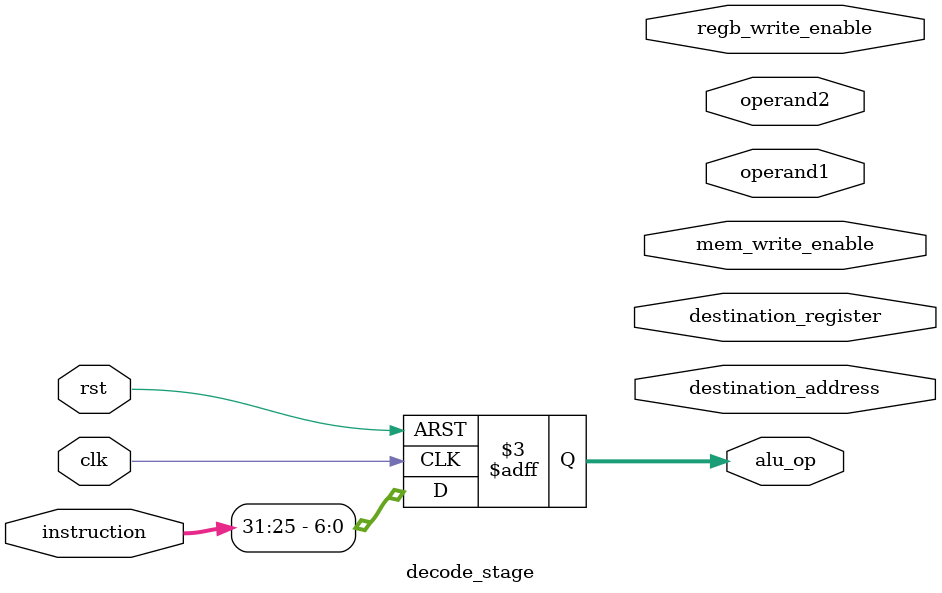
<source format=v>
module decode_stage (
  input wire clk,
  input wire rst,
  input wire [31:0] instruction,
  output wire [6:0] alu_op,
  output wire [31:0] operand1, // I don't think these should be here, because they should probably be outputs of the Reg Bank
  output wire [31:0] operand2, // although the reg bank will probably be added here
  output wire [31:0] destination_address, // TODO
  output wire [4:0] destination_register,
  output wire mem_write_enable,
  output wire regb_write_enable
  // ... other input/output ports
);

// Some decoding logic
always @(posedge clk or negedge rst) begin
  if (!rst) begin
    // Reset logic
    alu_op <= 7'b0000;
    // ... other reset actions
  end else begin
    // Decode the alu_op from the instruction
    alu_op <= instruction[31:25];// TODO
  end

end

//Usethedecodedinformationtgenerate  control  signals  or    perform    other    tasks

endmodule

</source>
